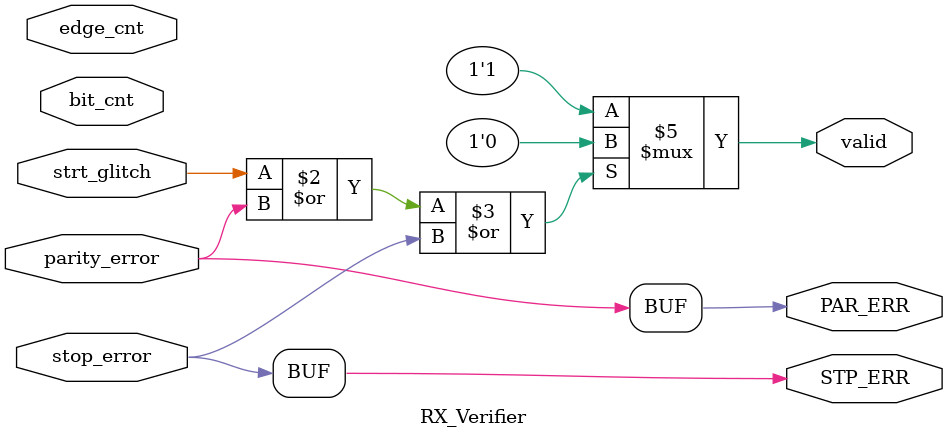
<source format=v>
module RX_Verifier (
  input      strt_glitch,
  input      parity_error,
  input      stop_error,
  input      bit_cnt,
  input      edge_cnt,
  output reg valid,
  output reg PAR_ERR,
  output reg STP_ERR
);

  always @(*) begin
  	if(strt_glitch|parity_error|stop_error)
  		valid <= 0;
  	else 
  		valid <= 1;

  	STP_ERR<=stop_error;
  	PAR_ERR<=parity_error;
  	
  end

endmodule : RX_Verifier
</source>
